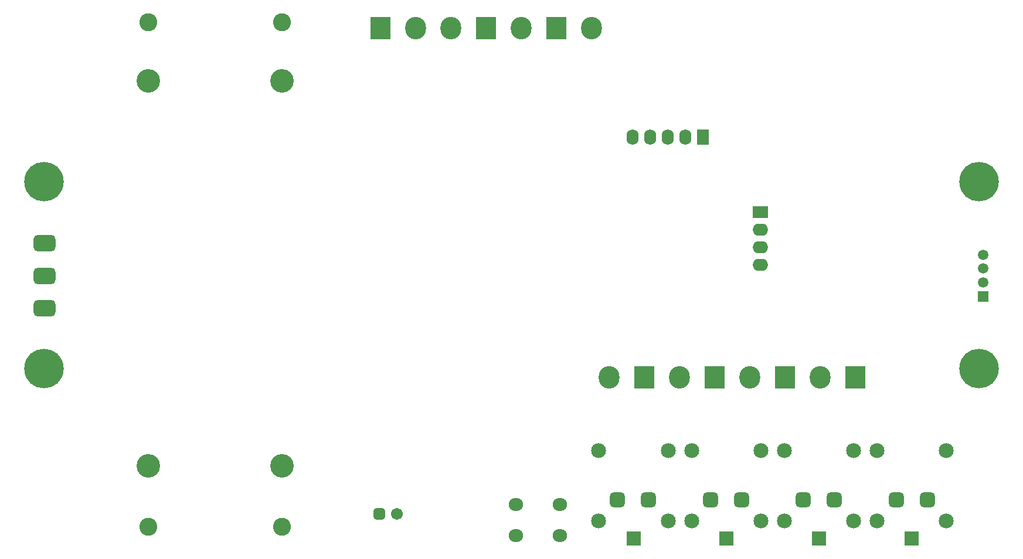
<source format=gbr>
%TF.GenerationSoftware,Altium Limited,Altium Designer,21.3.2 (30)*%
G04 Layer_Color=16711935*
%FSLAX26Y26*%
%MOIN*%
%TF.SameCoordinates,5CB9DBA1-4DA9-4ED0-9B61-E5D9B39C4D3D*%
%TF.FilePolarity,Negative*%
%TF.FileFunction,Soldermask,Bot*%
%TF.Part,Single*%
G01*
G75*
%TA.AperFunction,SMDPad,CuDef*%
G04:AMPARAMS|DCode=65|XSize=86.74mil|YSize=86.74mil|CornerRadius=23.685mil|HoleSize=0mil|Usage=FLASHONLY|Rotation=90.000|XOffset=0mil|YOffset=0mil|HoleType=Round|Shape=RoundedRectangle|*
%AMROUNDEDRECTD65*
21,1,0.086740,0.039370,0,0,90.0*
21,1,0.039370,0.086740,0,0,90.0*
1,1,0.047370,0.019685,0.019685*
1,1,0.047370,0.019685,-0.019685*
1,1,0.047370,-0.019685,-0.019685*
1,1,0.047370,-0.019685,0.019685*
%
%ADD65ROUNDEDRECTD65*%
%TA.AperFunction,ComponentPad*%
G04:AMPARAMS|DCode=66|XSize=94.614mil|YSize=126.11mil|CornerRadius=25.654mil|HoleSize=0mil|Usage=FLASHONLY|Rotation=270.000|XOffset=0mil|YOffset=0mil|HoleType=Round|Shape=RoundedRectangle|*
%AMROUNDEDRECTD66*
21,1,0.094614,0.074803,0,0,270.0*
21,1,0.043307,0.126110,0,0,270.0*
1,1,0.051307,-0.037401,-0.021654*
1,1,0.051307,-0.037401,0.021654*
1,1,0.051307,0.037401,0.021654*
1,1,0.051307,0.037401,-0.021654*
%
%ADD66ROUNDEDRECTD66*%
%ADD67R,0.118000X0.128000*%
%ADD68O,0.118000X0.128000*%
%ADD69O,0.068000X0.088000*%
%ADD70R,0.068000X0.088000*%
%ADD71C,0.067055*%
G04:AMPARAMS|DCode=72|XSize=67.055mil|YSize=67.055mil|CornerRadius=18.764mil|HoleSize=0mil|Usage=FLASHONLY|Rotation=0.000|XOffset=0mil|YOffset=0mil|HoleType=Round|Shape=RoundedRectangle|*
%AMROUNDEDRECTD72*
21,1,0.067055,0.029527,0,0,0.0*
21,1,0.029527,0.067055,0,0,0.0*
1,1,0.037528,0.014764,-0.014764*
1,1,0.037528,-0.014764,-0.014764*
1,1,0.037528,-0.014764,0.014764*
1,1,0.037528,0.014764,0.014764*
%
%ADD72ROUNDEDRECTD72*%
%ADD73C,0.102488*%
%ADD74C,0.133984*%
%ADD75O,0.088000X0.068000*%
%ADD76R,0.088000X0.068000*%
%ADD77O,0.083000X0.073000*%
%ADD78C,0.084772*%
%ADD79R,0.084772X0.084772*%
%ADD80R,0.059496X0.059496*%
%ADD81C,0.059496*%
%TA.AperFunction,ViaPad*%
%ADD82C,0.224535*%
D65*
X4665583Y378000D02*
D03*
X4488417D02*
D03*
X4140583D02*
D03*
X3963417D02*
D03*
X3608583D02*
D03*
X3431417D02*
D03*
X5195583D02*
D03*
X5018417D02*
D03*
D66*
X175000Y1465961D02*
D03*
Y1651000D02*
D03*
Y1836039D02*
D03*
D67*
X4786000Y1075000D02*
D03*
X4385667D02*
D03*
X3985333D02*
D03*
X3585000D02*
D03*
X2086000Y3059000D02*
D03*
X2686000D02*
D03*
X3086000D02*
D03*
D68*
X4586000Y1075000D02*
D03*
X4185667D02*
D03*
X3785333D02*
D03*
X3385000D02*
D03*
X2286000Y3059000D02*
D03*
X2486000D02*
D03*
X2886000D02*
D03*
X3286000D02*
D03*
D69*
X3518000Y2441000D02*
D03*
X3618000D02*
D03*
X3718000D02*
D03*
X3818000D02*
D03*
D70*
X3918000D02*
D03*
D71*
X2178000Y296449D02*
D03*
D72*
X2078000D02*
D03*
D73*
X767000Y223182D02*
D03*
Y3093261D02*
D03*
X1526843D02*
D03*
Y223182D02*
D03*
D74*
Y569245D02*
D03*
X767000D02*
D03*
X1526843Y2759009D02*
D03*
X767000D02*
D03*
D75*
X4244000Y1712000D02*
D03*
Y1812000D02*
D03*
Y1912000D02*
D03*
D76*
Y2012000D02*
D03*
D77*
X3105000Y350000D02*
D03*
X3106000Y173000D02*
D03*
X2856000Y172000D02*
D03*
X2855000Y350000D02*
D03*
D78*
X4776184Y658158D02*
D03*
X4382483D02*
D03*
Y256583D02*
D03*
X4776184D02*
D03*
X3720850Y658158D02*
D03*
X3327150D02*
D03*
Y256583D02*
D03*
X3720850D02*
D03*
X4248517Y658158D02*
D03*
X3854816D02*
D03*
Y256583D02*
D03*
X4248517D02*
D03*
X5303850Y658158D02*
D03*
X4910149D02*
D03*
Y256583D02*
D03*
X5303850D02*
D03*
D79*
X4579333Y158157D02*
D03*
X3524000D02*
D03*
X4051667D02*
D03*
X5107000D02*
D03*
D80*
X5511000Y1534890D02*
D03*
D81*
Y1613630D02*
D03*
Y1692370D02*
D03*
Y1771110D02*
D03*
D82*
X173039Y2185992D02*
D03*
X5488000D02*
D03*
Y1123000D02*
D03*
X173039D02*
D03*
%TF.MD5,8e6abe4481b1e34562ae02cfc2e848ff*%
M02*

</source>
